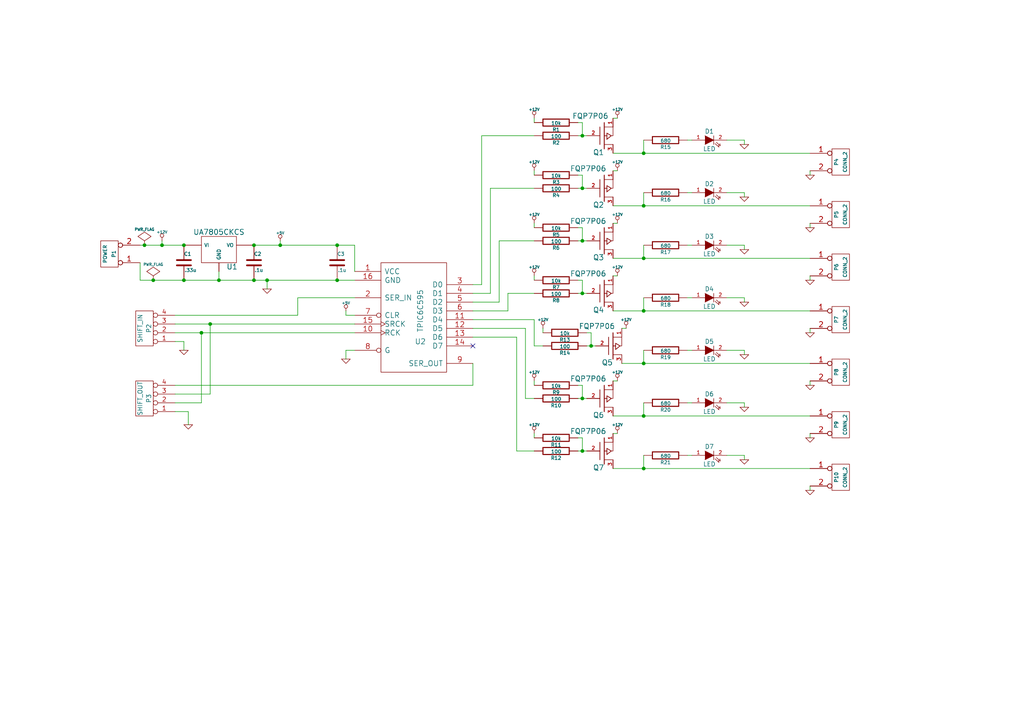
<source format=kicad_sch>
(kicad_sch (version 20230121) (generator eeschema)
  (paper "A4")
  (title_block (title "The·Grid") (company "DrHouse Industries") (comment 1 "David Turner") (comment 2 "Adam Greig"))
  (lib_symbols
    (symbol "fqp7p06:FQP7P06" (pin_names (offset 1.016) hide)
      (property "Reference" "Q" (at 0 4.826 0))
      (property "Value" "FQP7P06" (at 0 -4.572 0))
      (symbol "FQP7P06_0_1"
        (polyline (pts (xy -1.27 -2.54) (xy -1.27 2.54)) (stroke (width 0.2032)))
        (polyline (pts (xy 0 -3.81) (xy 0 3.81)) (stroke (width 0.254)))
        (polyline (pts (xy 0.762 0) (xy 0 0)) (stroke (width 0.2032)))
        (polyline (pts (xy 2.54 -2.54) (xy 0 -2.54)))
        (polyline (pts (xy 2.54 2.54) (xy 0 2.54)))
        (polyline (pts (xy 2.032 0) (xy 2.54 0) (xy 2.54 -2.54)))
        (polyline (pts (xy 0.762 1.016) (xy 0.762 -0.762) (xy 2.032 0) (xy 0.762 1.016) (xy 0.762 1.016)) (stroke (width 0.2032)))
      )
      (symbol "FQP7P06_1_1"
        (pin passive line (at 2.54 -5.08 90) (length 2.54) (name "S") (number "1"))
        (pin input line (at -5.08 0 0) (length 3.81) (name "G") (number "2"))
        (pin passive line (at 2.54 5.08 270) (length 2.54) (name "D") (number "3"))
      )
    )
    (symbol "thegrid-rescue:+12V" (power) (pin_numbers hide) (pin_names (offset 0))
      (property "Value" "+12V" (at 0 2.54 0))
      (symbol "+12V_0_0"
        (pin power_in line (at 0 0 90) (length 0) hide (name "+12V") (number "1"))
      )
      (symbol "+12V_0_1"
        (polyline (pts (xy 0 0) (xy 0 1.016) (xy 0 1.016)))
        (circle (center 0 1.524) (radius 0.508))
      )
    )
    (symbol "thegrid-rescue:+5V" (power) (pin_names (offset 1.016))
      (property "Value" "+5V" (at 0 2.286 0))
      (symbol "+5V_0_0"
        (pin power_in line (at 0 0 90) (length 0) hide (name "+5V") (number "1"))
      )
      (symbol "+5V_0_1"
        (polyline (pts (xy 0 0) (xy 0 0.762) (xy 0 0.762) (xy 0 0.762)))
        (circle (center 0 1.27) (radius 0.508))
      )
    )
    (symbol "thegrid-rescue:7805" (pin_numbers hide) (pin_names (offset 0.762))
      (property "Reference" "U" (at 3.81 -4.9784 0))
      (property "Value" "7805" (at 0 5.08 0))
      (symbol "7805_0_1"
        (rectangle (start -5.08 -3.81) (end 5.08 3.81))
      )
      (symbol "7805_1_1"
        (pin input line (at 0 -6.35 90) (length 2.54) (name "GND") (number "GND"))
        (pin input line (at -10.16 1.27 0) (length 5.08) (name "VI") (number "VI"))
        (pin power_out line (at 10.16 1.27 180) (length 5.08) (name "VO") (number "VO"))
      )
    )
    (symbol "thegrid-rescue:C" (pin_numbers hide) (pin_names (offset 0.254))
      (property "Reference" "C" (at 0 2.54 0))
      (property "Value" "C" (at 0.1524 -2.159 0))
      (symbol "C_0_1"
        (polyline (pts (xy -2.032 -0.762) (xy 2.032 -0.762)) (stroke (width 0.508)))
        (polyline (pts (xy -2.032 0.762) (xy 2.032 0.762)) (stroke (width 0.508)))
      )
      (symbol "C_1_1"
        (pin passive line (at 0 5.08 270) (length 4.318) (name "~") (number "1"))
        (pin passive line (at 0 -5.08 90) (length 4.318) (name "~") (number "2"))
      )
    )
    (symbol "thegrid-rescue:CONN_2" (pin_names (offset 1.016) hide)
      (property "Reference" "P" (at -1.27 0 90))
      (property "Value" "CONN_2" (at 1.27 0 90))
      (symbol "CONN_2_0_1"
        (rectangle (start -2.54 3.81) (end 2.54 -3.81))
      )
      (symbol "CONN_2_1_1"
        (pin passive inverted (at -8.89 2.54 0) (length 6.35) (name "P1") (number "1"))
        (pin passive inverted (at -8.89 -2.54 0) (length 6.35) (name "PM") (number "2"))
      )
    )
    (symbol "thegrid-rescue:CONN_4" (pin_names (offset 1.016) hide)
      (property "Reference" "P" (at -1.27 0 90))
      (property "Value" "CONN_4" (at 1.27 0 90))
      (symbol "CONN_4_0_1"
        (rectangle (start -2.54 5.08) (end 2.54 -5.08))
      )
      (symbol "CONN_4_1_1"
        (pin passive inverted (at -8.89 3.81 0) (length 6.35) (name "P1") (number "1"))
        (pin passive inverted (at -8.89 1.27 0) (length 6.35) (name "P2") (number "2"))
        (pin passive inverted (at -8.89 -1.27 0) (length 6.35) (name "P3") (number "3"))
        (pin passive inverted (at -8.89 -3.81 0) (length 6.35) (name "P4") (number "4"))
      )
    )
    (symbol "thegrid-rescue:GND" (power) (pin_names (offset 0))
      (symbol "GND_0_1"
        (polyline (pts (xy -1.27 0) (xy 0 -1.27) (xy 1.27 0) (xy -1.27 0)))
      )
      (symbol "GND_1_1"
        (pin power_in line (at 0 0 90) (length 0) hide (name "GND") (number "1"))
      )
    )
    (symbol "thegrid-rescue:LED" (pin_names (offset 1.016) hide)
      (property "Reference" "D" (at 0 2.54 0))
      (property "Value" "LED" (at 0 -2.54 0))
      (symbol "LED_0_1"
        (polyline (pts (xy 1.27 1.27) (xy 1.27 -1.27)))
        (polyline (pts (xy -1.27 1.27) (xy 1.27 0) (xy -1.27 -1.27)) (fill (type outline)))
        (polyline (pts (xy 1.651 -1.016) (xy 2.794 -2.032) (xy 2.667 -1.397)))
        (polyline (pts (xy 2.032 -0.635) (xy 3.175 -1.651) (xy 3.048 -1.016)))
      )
      (symbol "LED_1_1"
        (pin passive line (at -5.08 0 0) (length 3.81) (name "A") (number "1"))
        (pin passive line (at 5.08 0 180) (length 3.81) (name "K") (number "2"))
      )
    )
    (symbol "thegrid-rescue:PWR_FLAG" (power) (pin_numbers hide) (pin_names (offset 0) hide)
      (property "Value" "PWR_FLAG" (at 0 4.572 0))
      (symbol "PWR_FLAG_0_0"
        (pin power_out line (at 0 0 90) (length 0) (name "pwr") (number "1"))
      )
      (symbol "PWR_FLAG_0_1"
        (polyline (pts (xy 0 0) (xy 0 1.27) (xy -1.905 2.54) (xy 0 3.81) (xy 1.905 2.54) (xy 0 1.27)))
      )
    )
    (symbol "thegrid-rescue:R" (pin_numbers hide) (pin_names (offset 0))
      (property "Reference" "R" (at 2.032 0 90))
      (property "Value" "R" (at 0.1778 0.0254 90))
      (symbol "R_0_1"
        (rectangle (start -1.016 3.81) (end 1.016 -3.81) (stroke (width 0.3048)))
      )
      (symbol "R_1_1"
        (pin passive line (at 0 6.35 270) (length 2.54) (name "~") (number "1"))
        (pin passive line (at 0 -6.35 90) (length 2.54) (name "~") (number "2"))
      )
    )
    (symbol "tpic6c595:TPIC6C595" (pin_names (offset 1.016))
      (property "Reference" "U" (at 0 -7.62 0))
      (property "Value" "TPIC6C595" (at 0 1.27 90))
      (symbol "TPIC6C595_0_1"
        (rectangle (start -11.43 15.24) (end 7.62 -16.51))
      )
      (symbol "TPIC6C595_1_1"
        (pin power_in line (at -19.05 12.7 0) (length 7.62) (name "VCC") (number "1"))
        (pin input clock (at -19.05 -5.08 0) (length 7.62) (name "RCK") (number "10"))
        (pin open_collector line (at 15.24 -1.27 180) (length 7.62) (name "D4") (number "11"))
        (pin open_collector line (at 15.24 -3.81 180) (length 7.62) (name "D5") (number "12"))
        (pin open_collector line (at 15.24 -6.35 180) (length 7.62) (name "D6") (number "13"))
        (pin open_collector line (at 15.24 -8.89 180) (length 7.62) (name "D7") (number "14"))
        (pin input clock (at -19.05 -2.54 0) (length 7.62) (name "SRCK") (number "15"))
        (pin power_in line (at -19.05 10.16 0) (length 7.62) (name "GND") (number "16"))
        (pin input line (at -19.05 5.08 0) (length 7.62) (name "SER_IN") (number "2"))
        (pin open_collector line (at 15.24 8.89 180) (length 7.62) (name "D0") (number "3"))
        (pin open_collector line (at 15.24 6.35 180) (length 7.62) (name "D1") (number "4"))
        (pin open_collector line (at 15.24 3.81 180) (length 7.62) (name "D2") (number "5"))
        (pin open_collector line (at 15.24 1.27 180) (length 7.62) (name "D3") (number "6"))
        (pin input inverted (at -19.05 0 0) (length 7.62) (name "CLR") (number "7"))
        (pin input inverted (at -19.05 -10.16 0) (length 7.62) (name "G") (number "8"))
        (pin output line (at 15.24 -13.97 180) (length 7.62) (name "SER_OUT") (number "9"))
      )
    )
  )
  (junction (at 63.5 81.28))
  (junction (at 73.66 71.12))
  (junction (at 60.96 93.98))
  (junction (at 44.45 81.28))
  (junction (at 168.91 69.85))
  (junction (at 81.28 71.12))
  (junction (at 41.91 71.12))
  (junction (at 168.91 115.57))
  (junction (at 186.69 90.17))
  (junction (at 186.69 59.69))
  (junction (at 46.99 71.12))
  (junction (at 171.45 100.33))
  (junction (at 186.69 120.65))
  (junction (at 97.79 81.28))
  (junction (at 186.69 74.93))
  (junction (at 58.42 96.52))
  (junction (at 186.69 105.41))
  (junction (at 186.69 44.45))
  (junction (at 77.47 81.28))
  (junction (at 168.91 39.37))
  (junction (at 168.91 130.81))
  (junction (at 53.34 71.12))
  (junction (at 168.91 85.09))
  (junction (at 53.34 81.28))
  (junction (at 168.91 54.61))
  (junction (at 97.79 71.12))
  (junction (at 73.66 81.28))
  (junction (at 186.69 135.89))
  (no_connect (at 137.16 100.33))
  (wire (pts (xy 53.34 101.6) (xy 53.34 99.06)))
  (wire (pts (xy 179.07 64.77) (xy 177.8 64.77)))
  (wire (pts (xy 147.32 85.09) (xy 154.94 85.09)))
  (wire (pts (xy 167.64 69.85) (xy 168.91 69.85)))
  (wire (pts (xy 199.39 101.6) (xy 200.66 101.6)))
  (wire (pts (xy 234.95 127) (xy 234.95 125.73)))
  (wire (pts (xy 152.4 95.25) (xy 137.16 95.25)))
  (wire (pts (xy 168.91 35.56) (xy 168.91 39.37)))
  (wire (pts (xy 60.96 93.98) (xy 60.96 114.3)))
  (wire (pts (xy 210.82 40.64) (xy 215.9 40.64)))
  (wire (pts (xy 54.61 123.19) (xy 54.61 119.38)))
  (wire (pts (xy 167.64 35.56) (xy 168.91 35.56)))
  (wire (pts (xy 186.69 59.69) (xy 186.69 55.88)))
  (wire (pts (xy 97.79 71.12) (xy 102.87 71.12)))
  (wire (pts (xy 234.95 81.28) (xy 234.95 80.01)))
  (wire (pts (xy 234.95 50.8) (xy 234.95 49.53)))
  (wire (pts (xy 186.69 44.45) (xy 186.69 40.64)))
  (wire (pts (xy 168.91 130.81) (xy 170.18 130.81)))
  (wire (pts (xy 177.8 59.69) (xy 186.69 59.69)))
  (wire (pts (xy 152.4 115.57) (xy 152.4 95.25)))
  (wire (pts (xy 154.94 92.71) (xy 137.16 92.71)))
  (wire (pts (xy 137.16 85.09) (xy 142.24 85.09)))
  (wire (pts (xy 179.07 49.53) (xy 177.8 49.53)))
  (wire (pts (xy 179.07 110.49) (xy 177.8 110.49)))
  (wire (pts (xy 53.34 99.06) (xy 50.8 99.06)))
  (wire (pts (xy 215.9 55.88) (xy 215.9 57.15)))
  (wire (pts (xy 186.69 90.17) (xy 186.69 86.36)))
  (wire (pts (xy 177.8 74.93) (xy 186.69 74.93)))
  (wire (pts (xy 186.69 120.65) (xy 186.69 116.84)))
  (wire (pts (xy 186.69 105.41) (xy 186.69 101.6)))
  (wire (pts (xy 142.24 54.61) (xy 154.94 54.61)))
  (wire (pts (xy 186.69 44.45) (xy 234.95 44.45)))
  (wire (pts (xy 58.42 96.52) (xy 58.42 116.84)))
  (wire (pts (xy 154.94 64.77) (xy 154.94 66.04)))
  (wire (pts (xy 168.91 127) (xy 168.91 130.81)))
  (wire (pts (xy 179.07 125.73) (xy 177.8 125.73)))
  (wire (pts (xy 234.95 111.76) (xy 234.95 110.49)))
  (wire (pts (xy 186.69 135.89) (xy 186.69 132.08)))
  (wire (pts (xy 179.07 80.01) (xy 177.8 80.01)))
  (wire (pts (xy 73.66 81.28) (xy 77.47 81.28)))
  (wire (pts (xy 139.7 39.37) (xy 154.94 39.37)))
  (wire (pts (xy 168.91 66.04) (xy 168.91 69.85)))
  (wire (pts (xy 97.79 81.28) (xy 102.87 81.28)))
  (wire (pts (xy 86.36 86.36) (xy 102.87 86.36)))
  (wire (pts (xy 199.39 86.36) (xy 200.66 86.36)))
  (wire (pts (xy 154.94 100.33) (xy 154.94 92.71)))
  (wire (pts (xy 58.42 116.84) (xy 50.8 116.84)))
  (wire (pts (xy 177.8 44.45) (xy 186.69 44.45)))
  (wire (pts (xy 100.33 90.17) (xy 100.33 91.44)))
  (wire (pts (xy 144.78 87.63) (xy 137.16 87.63)))
  (wire (pts (xy 199.39 71.12) (xy 200.66 71.12)))
  (wire (pts (xy 215.9 101.6) (xy 215.9 102.87)))
  (wire (pts (xy 168.91 50.8) (xy 168.91 54.61)))
  (wire (pts (xy 53.34 81.28) (xy 63.5 81.28)))
  (wire (pts (xy 139.7 82.55) (xy 139.7 39.37)))
  (wire (pts (xy 100.33 101.6) (xy 102.87 101.6)))
  (wire (pts (xy 167.64 39.37) (xy 168.91 39.37)))
  (wire (pts (xy 81.28 71.12) (xy 97.79 71.12)))
  (wire (pts (xy 58.42 96.52) (xy 102.87 96.52)))
  (wire (pts (xy 46.99 69.85) (xy 46.99 71.12)))
  (wire (pts (xy 41.91 71.12) (xy 46.99 71.12)))
  (wire (pts (xy 154.94 69.85) (xy 144.78 69.85)))
  (wire (pts (xy 50.8 91.44) (xy 86.36 91.44)))
  (wire (pts (xy 54.61 119.38) (xy 50.8 119.38)))
  (wire (pts (xy 167.64 111.76) (xy 168.91 111.76)))
  (wire (pts (xy 186.69 135.89) (xy 234.95 135.89)))
  (wire (pts (xy 60.96 114.3) (xy 50.8 114.3)))
  (wire (pts (xy 50.8 96.52) (xy 58.42 96.52)))
  (wire (pts (xy 186.69 74.93) (xy 234.95 74.93)))
  (wire (pts (xy 186.69 90.17) (xy 234.95 90.17)))
  (wire (pts (xy 199.39 132.08) (xy 200.66 132.08)))
  (wire (pts (xy 157.48 95.25) (xy 157.48 96.52)))
  (wire (pts (xy 210.82 55.88) (xy 215.9 55.88)))
  (wire (pts (xy 234.95 142.24) (xy 234.95 140.97)))
  (wire (pts (xy 154.94 34.29) (xy 154.94 35.56)))
  (wire (pts (xy 168.91 81.28) (xy 168.91 85.09)))
  (wire (pts (xy 181.61 95.25) (xy 180.34 95.25)))
  (wire (pts (xy 180.34 105.41) (xy 186.69 105.41)))
  (wire (pts (xy 167.64 50.8) (xy 168.91 50.8)))
  (wire (pts (xy 100.33 91.44) (xy 102.87 91.44)))
  (wire (pts (xy 186.69 120.65) (xy 234.95 120.65)))
  (wire (pts (xy 167.64 66.04) (xy 168.91 66.04)))
  (wire (pts (xy 170.18 100.33) (xy 171.45 100.33)))
  (wire (pts (xy 149.86 130.81) (xy 154.94 130.81)))
  (wire (pts (xy 171.45 100.33) (xy 172.72 100.33)))
  (wire (pts (xy 168.91 111.76) (xy 168.91 115.57)))
  (wire (pts (xy 63.5 81.28) (xy 63.5 78.74)))
  (wire (pts (xy 186.69 74.93) (xy 186.69 71.12)))
  (wire (pts (xy 77.47 81.28) (xy 97.79 81.28)))
  (wire (pts (xy 186.69 105.41) (xy 234.95 105.41)))
  (wire (pts (xy 168.91 54.61) (xy 170.18 54.61)))
  (wire (pts (xy 210.82 71.12) (xy 215.9 71.12)))
  (wire (pts (xy 149.86 97.79) (xy 149.86 130.81)))
  (wire (pts (xy 137.16 82.55) (xy 139.7 82.55)))
  (wire (pts (xy 142.24 85.09) (xy 142.24 54.61)))
  (wire (pts (xy 234.95 96.52) (xy 234.95 95.25)))
  (wire (pts (xy 177.8 90.17) (xy 186.69 90.17)))
  (wire (pts (xy 63.5 81.28) (xy 73.66 81.28)))
  (wire (pts (xy 177.8 120.65) (xy 186.69 120.65)))
  (wire (pts (xy 154.94 80.01) (xy 154.94 81.28)))
  (wire (pts (xy 77.47 81.28) (xy 77.47 83.82)))
  (wire (pts (xy 210.82 86.36) (xy 215.9 86.36)))
  (wire (pts (xy 154.94 100.33) (xy 157.48 100.33)))
  (wire (pts (xy 137.16 111.76) (xy 137.16 105.41)))
  (wire (pts (xy 170.18 96.52) (xy 171.45 96.52)))
  (wire (pts (xy 177.8 135.89) (xy 186.69 135.89)))
  (wire (pts (xy 60.96 93.98) (xy 102.87 93.98)))
  (wire (pts (xy 50.8 93.98) (xy 60.96 93.98)))
  (wire (pts (xy 210.82 116.84) (xy 215.9 116.84)))
  (wire (pts (xy 100.33 104.14) (xy 100.33 101.6)))
  (wire (pts (xy 167.64 115.57) (xy 168.91 115.57)))
  (wire (pts (xy 50.8 111.76) (xy 137.16 111.76)))
  (wire (pts (xy 199.39 55.88) (xy 200.66 55.88)))
  (wire (pts (xy 154.94 125.73) (xy 154.94 127)))
  (wire (pts (xy 179.07 34.29) (xy 177.8 34.29)))
  (wire (pts (xy 40.64 71.12) (xy 41.91 71.12)))
  (wire (pts (xy 40.64 76.2) (xy 40.64 81.28)))
  (wire (pts (xy 46.99 71.12) (xy 53.34 71.12)))
  (wire (pts (xy 81.28 71.12) (xy 81.28 69.85)))
  (wire (pts (xy 154.94 115.57) (xy 152.4 115.57)))
  (wire (pts (xy 171.45 96.52) (xy 171.45 100.33)))
  (wire (pts (xy 154.94 49.53) (xy 154.94 50.8)))
  (wire (pts (xy 137.16 90.17) (xy 147.32 90.17)))
  (wire (pts (xy 102.87 71.12) (xy 102.87 78.74)))
  (wire (pts (xy 186.69 59.69) (xy 234.95 59.69)))
  (wire (pts (xy 86.36 91.44) (xy 86.36 86.36)))
  (wire (pts (xy 168.91 69.85) (xy 170.18 69.85)))
  (wire (pts (xy 167.64 81.28) (xy 168.91 81.28)))
  (wire (pts (xy 168.91 85.09) (xy 170.18 85.09)))
  (wire (pts (xy 215.9 71.12) (xy 215.9 72.39)))
  (wire (pts (xy 167.64 85.09) (xy 168.91 85.09)))
  (wire (pts (xy 40.64 81.28) (xy 44.45 81.28)))
  (wire (pts (xy 199.39 116.84) (xy 200.66 116.84)))
  (wire (pts (xy 147.32 90.17) (xy 147.32 85.09)))
  (wire (pts (xy 199.39 40.64) (xy 200.66 40.64)))
  (wire (pts (xy 210.82 132.08) (xy 215.9 132.08)))
  (wire (pts (xy 44.45 81.28) (xy 53.34 81.28)))
  (wire (pts (xy 215.9 116.84) (xy 215.9 118.11)))
  (wire (pts (xy 168.91 115.57) (xy 170.18 115.57)))
  (wire (pts (xy 144.78 69.85) (xy 144.78 87.63)))
  (wire (pts (xy 215.9 86.36) (xy 215.9 87.63)))
  (wire (pts (xy 167.64 127) (xy 168.91 127)))
  (wire (pts (xy 168.91 39.37) (xy 170.18 39.37)))
  (wire (pts (xy 234.95 66.04) (xy 234.95 64.77)))
  (wire (pts (xy 73.66 71.12) (xy 81.28 71.12)))
  (wire (pts (xy 215.9 40.64) (xy 215.9 41.91)))
  (wire (pts (xy 215.9 132.08) (xy 215.9 133.35)))
  (wire (pts (xy 167.64 54.61) (xy 168.91 54.61)))
  (wire (pts (xy 154.94 110.49) (xy 154.94 111.76)))
  (wire (pts (xy 137.16 97.79) (xy 149.86 97.79)))
  (wire (pts (xy 210.82 101.6) (xy 215.9 101.6)))
  (wire (pts (xy 167.64 130.81) (xy 168.91 130.81)))
  (symbol (lib_id "tpic6c595:TPIC6C595") (at 121.92 91.44 0) (unit 1)
    (property "Reference" "U2" (at 121.92 99.06 0) (effects (font (size 1.524 1.524))))
    (property "Value" "TPIC6C595" (at 121.92 90.17 90) (effects (font (size 1.524 1.524))))
  )
  (symbol (lib_id "thegrid-rescue:CONN_2") (at 31.75 73.66 180) (unit 1)
    (property "Reference" "P1" (at 33.02 73.66 90) (effects (font (size 1.016 1.016))))
    (property "Value" "POWER" (at 30.48 73.66 90) (effects (font (size 1.016 1.016))))
  )
  (symbol (lib_id "thegrid-rescue:GND") (at 77.47 83.82 0) (unit 1)
    (property "Reference" "#PWR01" (effects hide))
    (property "Value" "GND" (effects hide))
  )
  (symbol (lib_id "thegrid-rescue:GND") (at 100.33 104.14 0) (unit 1)
    (property "Reference" "#PWR02" (effects hide))
    (property "Value" "GND" (effects hide))
  )
  (symbol (lib_id "thegrid-rescue:7805") (at 63.5 72.39 0) (unit 1)
    (property "Reference" "U1" (at 67.31 77.3684 0) (effects (font (size 1.524 1.524))))
    (property "Value" "UA7805CKCS" (at 63.5 67.31 0) (effects (font (size 1.524 1.524))))
  )
  (symbol (lib_id "thegrid-rescue:+12V") (at 46.99 69.85 0) (unit 1)
    (property "Reference" "#PWR03" (effects hide))
    (property "Value" "+12V" (at 46.99 67.31 0) (effects (font (size 0.762 0.762))))
  )
  (symbol (lib_id "thegrid-rescue:+5V") (at 81.28 69.85 0) (unit 1)
    (property "Reference" "#PWR04" (effects hide))
    (property "Value" "+5V" (at 81.28 67.564 0) (effects (font (size 0.762 0.762))))
  )
  (symbol (lib_id "thegrid-rescue:+5V") (at 100.33 90.17 0) (unit 1)
    (property "Reference" "#PWR05" (effects hide))
    (property "Value" "+5V" (at 100.33 87.884 0) (effects (font (size 0.762 0.762))))
  )
  (symbol (lib_id "thegrid-rescue:R") (at 161.29 39.37 270) (unit 1)
    (property "Reference" "R2" (at 161.29 41.402 90) (effects (font (size 1.016 1.016))))
    (property "Value" "100" (at 161.3154 39.5478 90) (effects (font (size 1.016 1.016))))
  )
  (symbol (lib_id "thegrid-rescue:+12V") (at 179.07 34.29 0) (unit 1)
    (property "Reference" "#PWR06" (effects hide))
    (property "Value" "+12V" (at 179.07 31.75 0) (effects (font (size 0.762 0.762))))
  )
  (symbol (lib_id "thegrid-rescue:R") (at 161.29 35.56 270) (unit 1)
    (property "Reference" "R1" (at 161.29 37.592 90) (effects (font (size 1.016 1.016))))
    (property "Value" "10k" (at 161.3154 35.7378 90) (effects (font (size 1.016 1.016))))
  )
  (symbol (lib_id "thegrid-rescue:+12V") (at 154.94 34.29 0) (unit 1)
    (property "Reference" "#PWR07" (effects hide))
    (property "Value" "+12V" (at 154.94 31.75 0) (effects (font (size 0.762 0.762))))
  )
  (symbol (lib_id "thegrid-rescue:CONN_4") (at 41.91 95.25 180) (unit 1)
    (property "Reference" "P2" (at 43.18 95.25 90))
    (property "Value" "SHIFT_IN" (at 40.64 95.25 90))
  )
  (symbol (lib_id "thegrid-rescue:GND") (at 53.34 101.6 0) (unit 1)
    (property "Reference" "#PWR08" (effects hide))
    (property "Value" "GND" (effects hide))
  )
  (symbol (lib_id "thegrid-rescue:CONN_2") (at 243.84 46.99 0) (unit 1)
    (property "Reference" "P4" (at 242.57 46.99 90) (effects (font (size 1.016 1.016))))
    (property "Value" "CONN_2" (at 245.11 46.99 90) (effects (font (size 1.016 1.016))))
  )
  (symbol (lib_id "thegrid-rescue:GND") (at 234.95 50.8 0) (unit 1)
    (property "Reference" "#PWR09" (effects hide))
    (property "Value" "GND" (effects hide))
  )
  (symbol (lib_id "thegrid-rescue:R") (at 161.29 54.61 270) (unit 1)
    (property "Reference" "R4" (at 161.29 56.642 90) (effects (font (size 1.016 1.016))))
    (property "Value" "100" (at 161.3154 54.7878 90) (effects (font (size 1.016 1.016))))
  )
  (symbol (lib_id "thegrid-rescue:+12V") (at 179.07 49.53 0) (unit 1)
    (property "Reference" "#PWR010" (effects hide))
    (property "Value" "+12V" (at 179.07 46.99 0) (effects (font (size 0.762 0.762))))
  )
  (symbol (lib_id "thegrid-rescue:R") (at 161.29 50.8 270) (unit 1)
    (property "Reference" "R3" (at 161.29 52.832 90) (effects (font (size 1.016 1.016))))
    (property "Value" "10k" (at 161.3154 50.9778 90) (effects (font (size 1.016 1.016))))
  )
  (symbol (lib_id "thegrid-rescue:+12V") (at 154.94 49.53 0) (unit 1)
    (property "Reference" "#PWR011" (effects hide))
    (property "Value" "+12V" (at 154.94 46.99 0) (effects (font (size 0.762 0.762))))
  )
  (symbol (lib_id "thegrid-rescue:R") (at 161.29 69.85 270) (unit 1)
    (property "Reference" "R6" (at 161.29 71.882 90) (effects (font (size 1.016 1.016))))
    (property "Value" "100" (at 161.3154 70.0278 90) (effects (font (size 1.016 1.016))))
  )
  (symbol (lib_id "thegrid-rescue:+12V") (at 179.07 64.77 0) (unit 1)
    (property "Reference" "#PWR012" (effects hide))
    (property "Value" "+12V" (at 179.07 62.23 0) (effects (font (size 0.762 0.762))))
  )
  (symbol (lib_id "thegrid-rescue:R") (at 161.29 66.04 270) (unit 1)
    (property "Reference" "R5" (at 161.29 68.072 90) (effects (font (size 1.016 1.016))))
    (property "Value" "10k" (at 161.3154 66.2178 90) (effects (font (size 1.016 1.016))))
  )
  (symbol (lib_id "thegrid-rescue:+12V") (at 154.94 64.77 0) (unit 1)
    (property "Reference" "#PWR013" (effects hide))
    (property "Value" "+12V" (at 154.94 62.23 0) (effects (font (size 0.762 0.762))))
  )
  (symbol (lib_id "thegrid-rescue:R") (at 161.29 85.09 270) (unit 1)
    (property "Reference" "R8" (at 161.29 87.122 90) (effects (font (size 1.016 1.016))))
    (property "Value" "100" (at 161.3154 85.2678 90) (effects (font (size 1.016 1.016))))
  )
  (symbol (lib_id "thegrid-rescue:+12V") (at 179.07 80.01 0) (unit 1)
    (property "Reference" "#PWR014" (effects hide))
    (property "Value" "+12V" (at 179.07 77.47 0) (effects (font (size 0.762 0.762))))
  )
  (symbol (lib_id "thegrid-rescue:R") (at 161.29 81.28 270) (unit 1)
    (property "Reference" "R7" (at 161.29 83.312 90) (effects (font (size 1.016 1.016))))
    (property "Value" "10k" (at 161.3154 81.4578 90) (effects (font (size 1.016 1.016))))
  )
  (symbol (lib_id "thegrid-rescue:+12V") (at 154.94 80.01 0) (unit 1)
    (property "Reference" "#PWR015" (effects hide))
    (property "Value" "+12V" (at 154.94 77.47 0) (effects (font (size 0.762 0.762))))
  )
  (symbol (lib_id "thegrid-rescue:R") (at 163.83 100.33 270) (unit 1)
    (property "Reference" "R14" (at 163.83 102.362 90) (effects (font (size 1.016 1.016))))
    (property "Value" "100" (at 163.8554 100.5078 90) (effects (font (size 1.016 1.016))))
  )
  (symbol (lib_id "thegrid-rescue:+12V") (at 181.61 95.25 0) (unit 1)
    (property "Reference" "#PWR016" (effects hide))
    (property "Value" "+12V" (at 181.61 92.71 0) (effects (font (size 0.762 0.762))))
  )
  (symbol (lib_id "thegrid-rescue:R") (at 163.83 96.52 270) (unit 1)
    (property "Reference" "R13" (at 163.83 98.552 90) (effects (font (size 1.016 1.016))))
    (property "Value" "10k" (at 163.8554 96.6978 90) (effects (font (size 1.016 1.016))))
  )
  (symbol (lib_id "thegrid-rescue:+12V") (at 157.48 95.25 0) (unit 1)
    (property "Reference" "#PWR017" (effects hide))
    (property "Value" "+12V" (at 157.48 92.71 0) (effects (font (size 0.762 0.762))))
  )
  (symbol (lib_id "thegrid-rescue:R") (at 161.29 115.57 270) (unit 1)
    (property "Reference" "R10" (at 161.29 117.602 90) (effects (font (size 1.016 1.016))))
    (property "Value" "100" (at 161.3154 115.7478 90) (effects (font (size 1.016 1.016))))
  )
  (symbol (lib_id "thegrid-rescue:+12V") (at 179.07 110.49 0) (unit 1)
    (property "Reference" "#PWR018" (effects hide))
    (property "Value" "+12V" (at 179.07 107.95 0) (effects (font (size 0.762 0.762))))
  )
  (symbol (lib_id "thegrid-rescue:R") (at 161.29 111.76 270) (unit 1)
    (property "Reference" "R9" (at 161.29 113.792 90) (effects (font (size 1.016 1.016))))
    (property "Value" "10k" (at 161.3154 111.9378 90) (effects (font (size 1.016 1.016))))
  )
  (symbol (lib_id "thegrid-rescue:+12V") (at 154.94 110.49 0) (unit 1)
    (property "Reference" "#PWR019" (effects hide))
    (property "Value" "+12V" (at 154.94 107.95 0) (effects (font (size 0.762 0.762))))
  )
  (symbol (lib_id "thegrid-rescue:R") (at 161.29 130.81 270) (unit 1)
    (property "Reference" "R12" (at 161.29 132.842 90) (effects (font (size 1.016 1.016))))
    (property "Value" "100" (at 161.3154 130.9878 90) (effects (font (size 1.016 1.016))))
  )
  (symbol (lib_id "thegrid-rescue:+12V") (at 179.07 125.73 0) (unit 1)
    (property "Reference" "#PWR020" (effects hide))
    (property "Value" "+12V" (at 179.07 123.19 0) (effects (font (size 0.762 0.762))))
  )
  (symbol (lib_id "thegrid-rescue:R") (at 161.29 127 270) (unit 1)
    (property "Reference" "R11" (at 161.29 129.032 90) (effects (font (size 1.016 1.016))))
    (property "Value" "10k" (at 161.3154 127.1778 90) (effects (font (size 1.016 1.016))))
  )
  (symbol (lib_id "thegrid-rescue:+12V") (at 154.94 125.73 0) (unit 1)
    (property "Reference" "#PWR021" (effects hide))
    (property "Value" "+12V" (at 154.94 123.19 0) (effects (font (size 0.762 0.762))))
  )
  (symbol (lib_id "thegrid-rescue:CONN_4") (at 41.91 115.57 180) (unit 1)
    (property "Reference" "P3" (at 43.18 115.57 90))
    (property "Value" "SHIFT_OUT" (at 40.64 115.57 90))
  )
  (symbol (lib_id "thegrid-rescue:GND") (at 54.61 123.19 0) (unit 1)
    (property "Reference" "#PWR022" (effects hide))
    (property "Value" "GND" (effects hide))
  )
  (symbol (lib_id "thegrid-rescue:LED") (at 205.74 40.64 0) (unit 1)
    (property "Reference" "D1" (at 205.74 38.1 0))
    (property "Value" "LED" (at 205.74 43.18 0))
  )
  (symbol (lib_id "thegrid-rescue:R") (at 193.04 40.64 270) (unit 1)
    (property "Reference" "R15" (at 193.04 42.672 90) (effects (font (size 1.016 1.016))))
    (property "Value" "680" (at 193.0654 40.8178 90) (effects (font (size 1.016 1.016))))
  )
  (symbol (lib_id "thegrid-rescue:GND") (at 215.9 41.91 0) (unit 1)
    (property "Reference" "#PWR023" (effects hide))
    (property "Value" "GND" (effects hide))
  )
  (symbol (lib_id "thegrid-rescue:CONN_2") (at 243.84 62.23 0) (unit 1)
    (property "Reference" "P5" (at 242.57 62.23 90) (effects (font (size 1.016 1.016))))
    (property "Value" "CONN_2" (at 245.11 62.23 90) (effects (font (size 1.016 1.016))))
  )
  (symbol (lib_id "thegrid-rescue:GND") (at 234.95 66.04 0) (unit 1)
    (property "Reference" "#PWR024" (effects hide))
    (property "Value" "GND" (effects hide))
  )
  (symbol (lib_id "thegrid-rescue:LED") (at 205.74 55.88 0) (unit 1)
    (property "Reference" "D2" (at 205.74 53.34 0))
    (property "Value" "LED" (at 205.74 58.42 0))
  )
  (symbol (lib_id "thegrid-rescue:R") (at 193.04 55.88 270) (unit 1)
    (property "Reference" "R16" (at 193.04 57.912 90) (effects (font (size 1.016 1.016))))
    (property "Value" "680" (at 193.0654 56.0578 90) (effects (font (size 1.016 1.016))))
  )
  (symbol (lib_id "thegrid-rescue:GND") (at 215.9 57.15 0) (unit 1)
    (property "Reference" "#PWR025" (effects hide))
    (property "Value" "GND" (effects hide))
  )
  (symbol (lib_id "thegrid-rescue:CONN_2") (at 243.84 77.47 0) (unit 1)
    (property "Reference" "P6" (at 242.57 77.47 90) (effects (font (size 1.016 1.016))))
    (property "Value" "CONN_2" (at 245.11 77.47 90) (effects (font (size 1.016 1.016))))
  )
  (symbol (lib_id "thegrid-rescue:GND") (at 234.95 81.28 0) (unit 1)
    (property "Reference" "#PWR026" (effects hide))
    (property "Value" "GND" (effects hide))
  )
  (symbol (lib_id "thegrid-rescue:LED") (at 205.74 71.12 0) (unit 1)
    (property "Reference" "D3" (at 205.74 68.58 0))
    (property "Value" "LED" (at 205.74 73.66 0))
  )
  (symbol (lib_id "thegrid-rescue:R") (at 193.04 71.12 270) (unit 1)
    (property "Reference" "R17" (at 193.04 73.152 90) (effects (font (size 1.016 1.016))))
    (property "Value" "680" (at 193.0654 71.2978 90) (effects (font (size 1.016 1.016))))
  )
  (symbol (lib_id "thegrid-rescue:GND") (at 215.9 72.39 0) (unit 1)
    (property "Reference" "#PWR027" (effects hide))
    (property "Value" "GND" (effects hide))
  )
  (symbol (lib_id "thegrid-rescue:CONN_2") (at 243.84 92.71 0) (unit 1)
    (property "Reference" "P7" (at 242.57 92.71 90) (effects (font (size 1.016 1.016))))
    (property "Value" "CONN_2" (at 245.11 92.71 90) (effects (font (size 1.016 1.016))))
  )
  (symbol (lib_id "thegrid-rescue:GND") (at 234.95 96.52 0) (unit 1)
    (property "Reference" "#PWR028" (effects hide))
    (property "Value" "GND" (effects hide))
  )
  (symbol (lib_id "thegrid-rescue:LED") (at 205.74 86.36 0) (unit 1)
    (property "Reference" "D4" (at 205.74 83.82 0))
    (property "Value" "LED" (at 205.74 88.9 0))
  )
  (symbol (lib_id "thegrid-rescue:R") (at 193.04 86.36 270) (unit 1)
    (property "Reference" "R18" (at 193.04 88.392 90) (effects (font (size 1.016 1.016))))
    (property "Value" "680" (at 193.0654 86.5378 90) (effects (font (size 1.016 1.016))))
  )
  (symbol (lib_id "thegrid-rescue:GND") (at 215.9 87.63 0) (unit 1)
    (property "Reference" "#PWR029" (effects hide))
    (property "Value" "GND" (effects hide))
  )
  (symbol (lib_id "thegrid-rescue:CONN_2") (at 243.84 107.95 0) (unit 1)
    (property "Reference" "P8" (at 242.57 107.95 90) (effects (font (size 1.016 1.016))))
    (property "Value" "CONN_2" (at 245.11 107.95 90) (effects (font (size 1.016 1.016))))
  )
  (symbol (lib_id "thegrid-rescue:GND") (at 234.95 111.76 0) (unit 1)
    (property "Reference" "#PWR030" (effects hide))
    (property "Value" "GND" (effects hide))
  )
  (symbol (lib_id "thegrid-rescue:LED") (at 205.74 101.6 0) (unit 1)
    (property "Reference" "D5" (at 205.74 99.06 0))
    (property "Value" "LED" (at 205.74 104.14 0))
  )
  (symbol (lib_id "thegrid-rescue:R") (at 193.04 101.6 270) (unit 1)
    (property "Reference" "R19" (at 193.04 103.632 90) (effects (font (size 1.016 1.016))))
    (property "Value" "680" (at 193.0654 101.7778 90) (effects (font (size 1.016 1.016))))
  )
  (symbol (lib_id "thegrid-rescue:GND") (at 215.9 102.87 0) (unit 1)
    (property "Reference" "#PWR031" (effects hide))
    (property "Value" "GND" (effects hide))
  )
  (symbol (lib_id "thegrid-rescue:CONN_2") (at 243.84 123.19 0) (unit 1)
    (property "Reference" "P9" (at 242.57 123.19 90) (effects (font (size 1.016 1.016))))
    (property "Value" "CONN_2" (at 245.11 123.19 90) (effects (font (size 1.016 1.016))))
  )
  (symbol (lib_id "thegrid-rescue:GND") (at 234.95 127 0) (unit 1)
    (property "Reference" "#PWR032" (effects hide))
    (property "Value" "GND" (effects hide))
  )
  (symbol (lib_id "thegrid-rescue:LED") (at 205.74 116.84 0) (unit 1)
    (property "Reference" "D6" (at 205.74 114.3 0))
    (property "Value" "LED" (at 205.74 119.38 0))
  )
  (symbol (lib_id "thegrid-rescue:R") (at 193.04 116.84 270) (unit 1)
    (property "Reference" "R20" (at 193.04 118.872 90) (effects (font (size 1.016 1.016))))
    (property "Value" "680" (at 193.0654 117.0178 90) (effects (font (size 1.016 1.016))))
  )
  (symbol (lib_id "thegrid-rescue:GND") (at 215.9 118.11 0) (unit 1)
    (property "Reference" "#PWR033" (effects hide))
    (property "Value" "GND" (effects hide))
  )
  (symbol (lib_id "thegrid-rescue:CONN_2") (at 243.84 138.43 0) (unit 1)
    (property "Reference" "P10" (at 242.57 138.43 90) (effects (font (size 1.016 1.016))))
    (property "Value" "CONN_2" (at 245.11 138.43 90) (effects (font (size 1.016 1.016))))
  )
  (symbol (lib_id "thegrid-rescue:GND") (at 234.95 142.24 0) (unit 1)
    (property "Reference" "#PWR034" (effects hide))
    (property "Value" "GND" (effects hide))
  )
  (symbol (lib_id "thegrid-rescue:LED") (at 205.74 132.08 0) (unit 1)
    (property "Reference" "D7" (at 205.74 129.54 0))
    (property "Value" "LED" (at 205.74 134.62 0))
  )
  (symbol (lib_id "thegrid-rescue:R") (at 193.04 132.08 270) (unit 1)
    (property "Reference" "R21" (at 193.04 134.112 90) (effects (font (size 1.016 1.016))))
    (property "Value" "680" (at 193.0654 132.2578 90) (effects (font (size 1.016 1.016))))
  )
  (symbol (lib_id "thegrid-rescue:GND") (at 215.9 133.35 0) (unit 1)
    (property "Reference" "#PWR035" (effects hide))
    (property "Value" "GND" (effects hide))
  )
  (symbol (lib_id "fqp7p06:FQP7P06") (at 175.26 39.37 0) (mirror x) (unit 1)
    (property "Reference" "Q1" (at 175.26 44.196 0) (effects (font (size 1.524 1.524)) (justify right)))
    (property "Value" "FQP7P06" (at 176.53 33.655 0) (effects (font (size 1.524 1.524)) (justify right)))
  )
  (symbol (lib_id "fqp7p06:FQP7P06") (at 175.26 54.61 0) (mirror x) (unit 1)
    (property "Reference" "Q2" (at 175.26 59.436 0) (effects (font (size 1.524 1.524)) (justify right)))
    (property "Value" "FQP7P06" (at 175.895 48.895 0) (effects (font (size 1.524 1.524)) (justify right)))
  )
  (symbol (lib_id "fqp7p06:FQP7P06") (at 175.26 69.85 0) (mirror x) (unit 1)
    (property "Reference" "Q3" (at 175.26 74.676 0) (effects (font (size 1.524 1.524)) (justify right)))
    (property "Value" "FQP7P06" (at 175.895 64.135 0) (effects (font (size 1.524 1.524)) (justify right)))
  )
  (symbol (lib_id "fqp7p06:FQP7P06") (at 175.26 85.09 0) (mirror x) (unit 1)
    (property "Reference" "Q4" (at 175.26 89.916 0) (effects (font (size 1.524 1.524)) (justify right)))
    (property "Value" "FQP7P06" (at 175.895 79.375 0) (effects (font (size 1.524 1.524)) (justify right)))
  )
  (symbol (lib_id "fqp7p06:FQP7P06") (at 177.8 100.33 0) (mirror x) (unit 1)
    (property "Reference" "Q5" (at 177.8 105.156 0) (effects (font (size 1.524 1.524)) (justify right)))
    (property "Value" "FQP7P06" (at 178.435 94.615 0) (effects (font (size 1.524 1.524)) (justify right)))
  )
  (symbol (lib_id "fqp7p06:FQP7P06") (at 175.26 115.57 0) (mirror x) (unit 1)
    (property "Reference" "Q6" (at 175.26 120.396 0) (effects (font (size 1.524 1.524)) (justify right)))
    (property "Value" "FQP7P06" (at 175.895 109.855 0) (effects (font (size 1.524 1.524)) (justify right)))
  )
  (symbol (lib_id "fqp7p06:FQP7P06") (at 175.26 130.81 0) (mirror x) (unit 1)
    (property "Reference" "Q7" (at 175.26 135.636 0) (effects (font (size 1.524 1.524)) (justify right)))
    (property "Value" "FQP7P06" (at 175.895 125.095 0) (effects (font (size 1.524 1.524)) (justify right)))
  )
  (symbol (lib_id "thegrid-rescue:C") (at 73.66 76.2 0) (unit 1)
    (property "Reference" "C2" (at 73.66 73.66 0) (effects (font (size 1.016 1.016)) (justify left)))
    (property "Value" ".1u" (at 73.8124 78.359 0) (effects (font (size 1.016 1.016)) (justify left)))
  )
  (symbol (lib_id "thegrid-rescue:C") (at 53.34 76.2 0) (unit 1)
    (property "Reference" "C1" (at 53.34 73.66 0) (effects (font (size 1.016 1.016)) (justify left)))
    (property "Value" ".33u" (at 53.4924 78.359 0) (effects (font (size 1.016 1.016)) (justify left)))
  )
  (symbol (lib_id "thegrid-rescue:PWR_FLAG") (at 41.91 71.12 0) (unit 1)
    (property "Reference" "#FLG036" (effects hide))
    (property "Value" "PWR_FLAG" (at 41.91 66.548 0) (effects (font (size 0.762 0.762))))
  )
  (symbol (lib_id "thegrid-rescue:PWR_FLAG") (at 44.45 81.28 0) (unit 1)
    (property "Reference" "#FLG037" (effects hide))
    (property "Value" "PWR_FLAG" (at 44.45 76.708 0) (effects (font (size 0.762 0.762))))
  )
  (symbol (lib_id "thegrid-rescue:C") (at 97.79 76.2 0) (unit 1)
    (property "Reference" "C3" (at 97.79 73.66 0) (effects (font (size 1.016 1.016)) (justify left)))
    (property "Value" ".1u" (at 97.9424 78.359 0) (effects (font (size 1.016 1.016)) (justify left)))
  )
)
</source>
